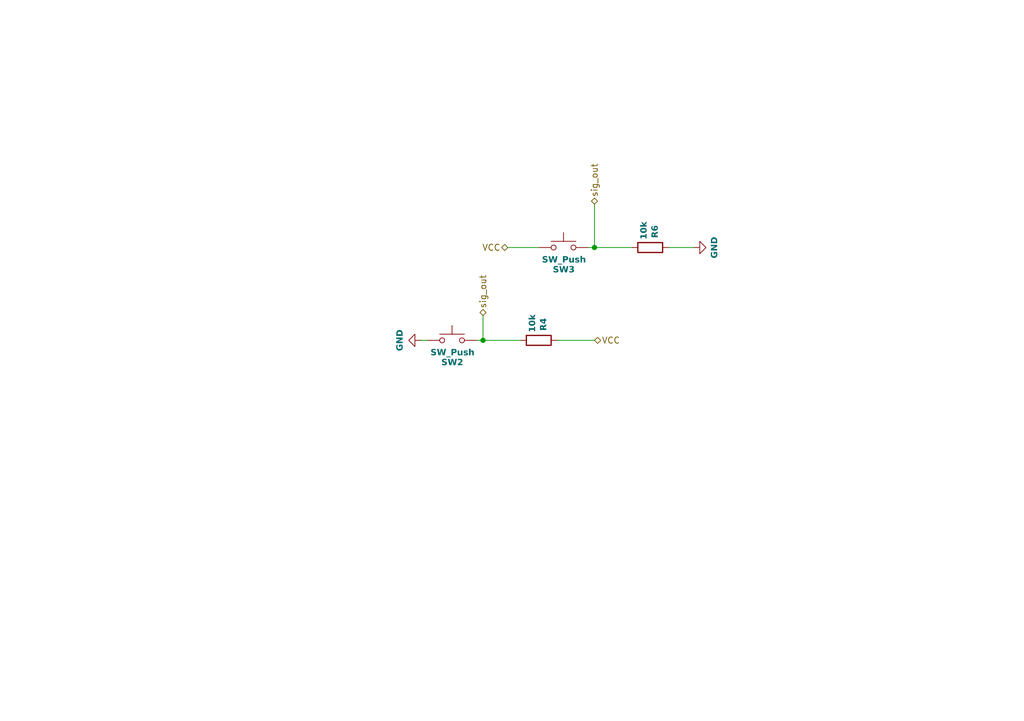
<source format=kicad_sch>
(kicad_sch (version 20250114) (generator "eeschema") (generator_version "9.0")
  (paper "A5")
  (lib_symbols
    (symbol "Device:R" (pin_numbers (hide yes)) (pin_names (offset 0))
      (property "Reference" "R" (at 2.032 0 90))
      (property "Value" "R" (at 0 0 90))
      (symbol "R_0_1"
        (rectangle (start -1.016 -2.54) (end 1.016 2.54) (stroke (width 0.254)))
      )
      (symbol "R_1_1"
        (pin passive line (at 0 3.81 270) (length 1.27) (name "~") (number "1"))
        (pin passive line (at 0 -3.81 90) (length 1.27) (name "~") (number "2"))
      )
    )
    (symbol "Switch:SW_Push" (pin_numbers (hide yes)) (pin_names (offset 1.016) (hide yes))
      (property "Reference" "SW" (at 1.27 2.54 0))
      (property "Value" "SW_Push" (at 0 -1.524 0))
      (symbol "SW_Push_0_1"
        (circle (center -2.032 0) (radius 0.508))
        (polyline (pts (xy 0 1.27) (xy 0 3.048)))
        (circle (center 2.032 0) (radius 0.508))
        (polyline (pts (xy 2.54 1.27) (xy -2.54 1.27)))
        (pin passive line (at -5.08 0 0) (length 2.54) (name "1") (number "1"))
        (pin passive line (at 5.08 0 180) (length 2.54) (name "2") (number "2"))
      )
    )
    (symbol "power:GND" (power) (pin_numbers (hide yes)) (pin_names (offset 0) (hide yes))
      (property "Value" "GND" (at 0 -3.81 0))
      (symbol "GND_0_1"
        (polyline (pts (xy 0 0) (xy 0 -1.27) (xy 1.27 -1.27) (xy 0 -2.54) (xy -1.27 -1.27) (xy 0 -1.27)))
      )
      (symbol "GND_1_1"
        (pin power_in line (at 0 0 270) (length 0) (name "~") (number "1"))
      )
    )
  )
  (junction (at 121.92 50.8))
  (junction (at 99.06 69.85))
  (wire (pts (xy 86.36 69.85) (xy 87.63 69.85)))
  (wire (pts (xy 137.16 50.8) (xy 142.24 50.8)))
  (wire (pts (xy 99.06 69.85) (xy 106.68 69.85)))
  (wire (pts (xy 97.79 69.85) (xy 99.06 69.85)))
  (wire (pts (xy 104.14 50.8) (xy 110.49 50.8)))
  (wire (pts (xy 114.3 69.85) (xy 121.92 69.85)))
  (wire (pts (xy 121.92 50.8) (xy 129.54 50.8)))
  (wire (pts (xy 99.06 64.77) (xy 99.06 69.85)))
  (wire (pts (xy 120.65 50.8) (xy 121.92 50.8)))
  (wire (pts (xy 121.92 41.91) (xy 121.92 50.8)))
  (hierarchical_label "VCC" (shape bidirectional) (at 121.92 69.85 0))
  (hierarchical_label "VCC" (shape bidirectional) (at 104.14 50.8 180))
  (hierarchical_label "sig_out" (shape bidirectional) (at 121.92 41.91 90))
  (hierarchical_label "sig_out" (shape bidirectional) (at 99.06 64.77 90))
  (symbol (lib_id "Switch:SW_Push") (at 92.71 69.85 0) (unit 1)
    (property "Reference" "SW2" (at 94.996 74.422 0) (effects (justify right)))
    (property "Value" "SW_Push" (at 97.028 72.39 0) (effects (justify right)))
    (property "Description" "Push button switch, generic, two pins" (effects (hide yes)))
  )
  (symbol (lib_id "Device:R") (at 110.49 69.85 270) (unit 1)
    (property "Reference" "R4" (at 111.506 65.278 0) (effects (justify left)))
    (property "Value" "10k" (at 109.22 64.516 0) (effects (justify left)))
    (property "Description" "Resistor" (effects (hide yes)))
  )
  (symbol (lib_id "power:GND") (at 142.24 50.8 90) (unit 1)
    (property "Reference" "#PWR013" (effects (hide yes)))
    (property "Value" "GND" (at 146.558 48.768 0) (effects (justify right)))
    (property "Description" "Power symbol creates a global label with name \"GND\" , ground" (effects (hide yes)))
  )
  (symbol (lib_id "power:GND") (at 86.36 69.85 270) (unit 1)
    (property "Reference" "#PWR01" (effects (hide yes)))
    (property "Value" "GND" (at 82.042 71.882 0) (effects (justify right)))
    (property "Description" "Power symbol creates a global label with name \"GND\" , ground" (effects (hide yes)))
  )
  (symbol (lib_id "Switch:SW_Push") (at 115.57 50.8 0) (unit 1)
    (property "Reference" "SW3" (at 117.856 55.372 0) (effects (justify right)))
    (property "Value" "SW_Push" (at 119.888 53.34 0) (effects (justify right)))
    (property "Description" "Push button switch, generic, two pins" (effects (hide yes)))
  )
  (symbol (lib_id "Device:R") (at 133.35 50.8 270) (unit 1)
    (property "Reference" "R6" (at 134.366 46.228 0) (effects (justify left)))
    (property "Value" "10k" (at 132.08 45.466 0) (effects (justify left)))
    (property "Description" "Resistor" (effects (hide yes)))
  )
)
</source>
